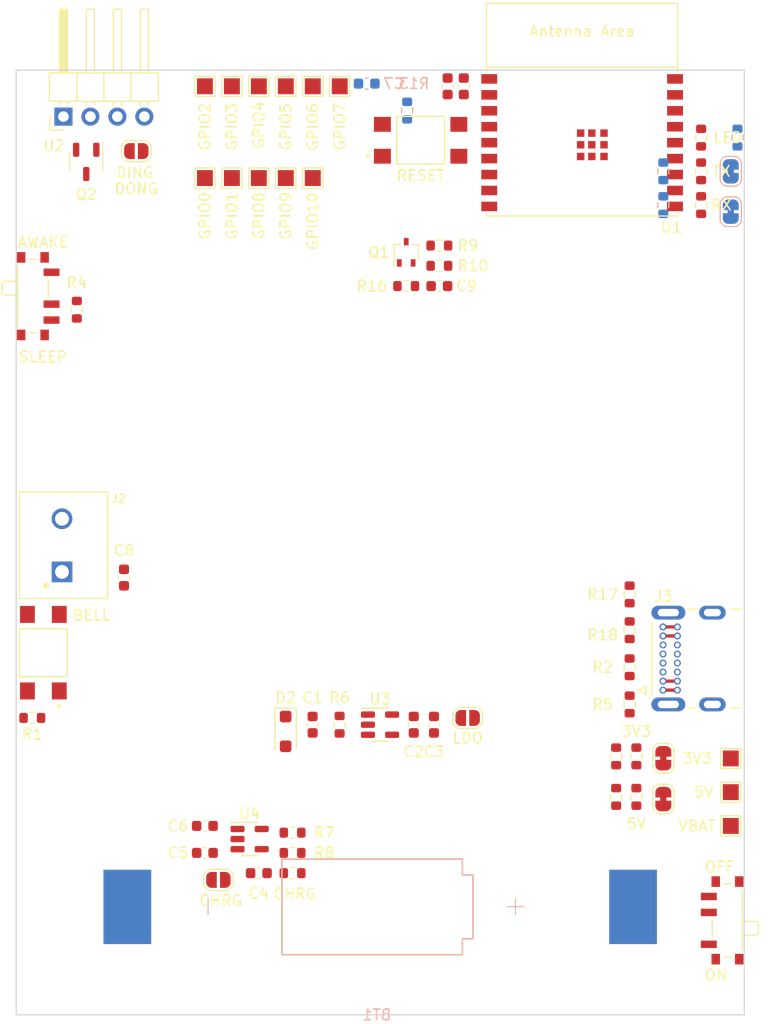
<source format=kicad_pcb>
(kicad_pcb (version 20221018) (generator pcbnew)
  (title_block (title "Capsicum") (date "2023-12-30") (comment 1 "Authored by: Sayanee Basu") (comment 2 "Project website: https://hutscape.com/capsicum") (comment 3 "License: CC-BY-SA 4.0 or TAPR") (comment 4 "Description: Retrofit a wired doorbell to add WiFi"))
  (layers (0 "F.Cu" signal) (31 "B.Cu" signal) (34 "B.Paste" user) (35 "F.Paste" user) (36 "B.SilkS" user "B.Silkscreen") (37 "F.SilkS" user "F.Silkscreen") (38 "B.Mask" user) (39 "F.Mask" user) (44 "Edge.Cuts" user))
  (net 0 "")
  (net 1 "Net-(BT1-+)")
  (net 2 "GND")
  (net 3 "+5V")
  (net 4 "Net-(JP1-A)")
  (net 5 "Net-(JP2-A)")
  (net 6 "/RESET")
  (net 7 "/WAKEUP_PUSH_BUTTON")
  (net 8 "Net-(Q1-G)")
  (net 9 "/BATT_EN")
  (net 10 "+3V3")
  (net 11 "Net-(D1-K)")
  (net 12 "/LED")
  (net 13 "/VBAT")
  (net 14 "Net-(D3-K)")
  (net 15 "Net-(D4-K)")
  (net 16 "Net-(D4-A)")
  (net 17 "Net-(D5-K)")
  (net 18 "Net-(D5-A)")
  (net 19 "Net-(D6-K)")
  (net 20 "Net-(D6-A)")
  (net 21 "Net-(D7-K)")
  (net 22 "Net-(D7-A)")
  (net 23 "Net-(J3-CC1)")
  (net 24 "/B6")
  (net 25 "/B7")
  (net 28 "Net-(J3-CC2)")
  (net 29 "Net-(JP3-A)")
  (net 30 "/BELL_AUDIO")
  (net 31 "Net-(Q1-D)")
  (net 32 "Net-(Q2-E)")
  (net 33 "Net-(Q2-C)")
  (net 34 "Net-(R1-Pad1)")
  (net 35 "Net-(SW3-C)")
  (net 36 "Net-(U3-EN)")
  (net 37 "Net-(U4-PROG)")
  (net 38 "Net-(U4-STAT)")
  (net 39 "/BATT")
  (net 40 "/TX_LED")
  (net 41 "/RX_LED")
  (net 42 "/USB_D+")
  (net 43 "/USB_D-")
  (net 47 "/SLEEP_CHECK_SWITCH")
  (net 48 "Net-(U1-GPIO8)")
  (net 49 "Net-(U1-GPIO9)")
  (net 50 "Net-(U1-GPIO10)")
  (net 51 "Net-(U1-GPIO0{slash}ADC1_CH0{slash}XTAL_32K_P)")
  (net 52 "Net-(U1-GPIO1{slash}ADC1_CH1{slash}XTAL_32K_N)")
  (footprint "TestPoint:TestPoint_Pad_1.5x1.5mm" (layer "F.Cu") (at 132.08 60.96)
    (fp_text reference "TP12" hide)
    (fp_text value "TestPoint_Probe" hide)
    (fp_text user "GPIO10" (at 0 4.064 90 unlocked) (layer "F.SilkS"))
    (pad "1" smd rect (at 0 0) (size 1.5 1.5) (layers "F.Cu" "F.Mask") (net 50 "Net-(U1-GPIO10)"))
  )
  (footprint "TestPoint:TestPoint_Pad_1.5x1.5mm" (layer "F.Cu") (at 171.45 115.57)
    (fp_text reference "TP3" hide)
    (fp_text value "TestPoint_Probe" hide)
    (fp_text user "3V3" (at -3.175 0 unlocked) (layer "F.SilkS"))
    (pad "1" smd rect (at 0 0) (size 1.5 1.5) (layers "F.Cu" "F.Mask") (net 10 "+3V3"))
  )
  (footprint "Resistor_SMD:R_0603_1608Metric" (layer "F.Cu") (at 161.925 110.49 90)
    (fp_text reference "R5" (at 0 -2.54 180) (layer "F.SilkS"))
    (fp_text value "5.1k")
    (pad "1" smd roundrect (at -0.825 0 90) (size 0.8 0.95) (layers "F.Cu" "F.Paste" "F.Mask") (net 28 "Net-(J3-CC2)"))
    (pad "2" smd roundrect (at 0.825 0 90) (size 0.8 0.95) (layers "F.Cu" "F.Paste" "F.Mask") (net 2 "GND"))
  )
  (footprint "TestPoint:TestPoint_Pad_1.5x1.5mm" (layer "F.Cu") (at 134.62 52.324)
    (fp_text reference "TP6" hide)
    (fp_text value "TestPoint_Probe" hide)
    (fp_text user "GPIO7" (at 0 3.81 90 unlocked) (layer "F.SilkS"))
    (pad "1" smd rect (at 0 0) (size 1.5 1.5) (layers "F.Cu" "F.Mask") (net 30 "/BELL_AUDIO"))
  )
  (footprint "Resistor_SMD:R_0603_1608Metric" (layer "F.Cu") (at 160.655 115.38 90)
    (fp_text reference "R15" hide)
    (fp_text value "1k")
    (pad "1" smd roundrect (at -0.825 0 90) (size 0.8 0.95) (layers "F.Cu" "F.Paste" "F.Mask") (net 21 "Net-(D7-K)"))
    (pad "2" smd roundrect (at 0.825 0 90) (size 0.8 0.95) (layers "F.Cu" "F.Paste" "F.Mask") (net 2 "GND"))
  )
  (footprint "Resistor_SMD:R_0603_1608Metric" (layer "F.Cu") (at 144.005 69.215)
    (fp_text reference "R10" (at 3.175 0) (layer "F.SilkS"))
    (fp_text value "100k")
    (pad "1" smd roundrect (at -0.825 0) (size 0.8 0.95) (layers "F.Cu" "F.Paste" "F.Mask") (net 2 "GND"))
    (pad "2" smd roundrect (at 0.825 0) (size 0.8 0.95) (layers "F.Cu" "F.Paste" "F.Mask") (net 39 "/BATT"))
  )
  (footprint "TestPoint:TestPoint_Pad_1.5x1.5mm" (layer "F.Cu") (at 121.92 52.324 -90)
    (fp_text reference "TP5" hide)
    (fp_text value "TestPoint_Probe" hide)
    (fp_text user "GPIO2" (at 3.81 0 90 unlocked) (layer "F.SilkS"))
    (pad "1" smd rect (at 0 0 270) (size 1.5 1.5) (layers "F.Cu" "F.Mask") (net 47 "/SLEEP_CHECK_SWITCH"))
  )
  (footprint "Button_Switch_SMD:SW_SPDT_PCM12" (layer "F.Cu") (at 106.045 72.073 -90)
    (fp_text reference "SW3" hide)
    (fp_text value "SW_SPDT" hide)
    (fp_text user "AWAKE" (at -5.08 -0.635 unlocked) (layer "F.SilkS"))
    (fp_text user "SLEEP" (at 5.715 -0.635 unlocked) (layer "F.SilkS"))
    (pad "" smd rect (at -3.65 -0.78 270) (size 1 0.8) (layers "F.Cu" "F.Paste" "F.Mask"))
    (pad "" smd rect (at -3.65 1.43 270) (size 1 0.8) (layers "F.Cu" "F.Paste" "F.Mask"))
    (pad "" np_thru_hole circle (at -1.5 0.33 270) (size 0.9 0.9) (drill 0.9) (layers "*.Cu" "*.Mask"))
    (pad "" np_thru_hole circle (at 1.5 0.33 270) (size 0.9 0.9) (drill 0.9) (layers "*.Cu" "*.Mask"))
    (pad "" smd rect (at 3.65 -0.78 270) (size 1 0.8) (layers "F.Cu" "F.Paste" "F.Mask"))
    (pad "" smd rect (at 3.65 1.43 270) (size 1 0.8) (layers "F.Cu" "F.Paste" "F.Mask"))
    (pad "1" smd rect (at -2.25 -1.43 270) (size 0.7 1.5) (layers "F.Cu" "F.Paste" "F.Mask") (net 10 "+3V3"))
    (pad "2" smd rect (at 0.75 -1.43 270) (size 0.7 1.5) (layers "F.Cu" "F.Paste" "F.Mask") (net 47 "/SLEEP_CHECK_SWITCH"))
    (pad "3" smd rect (at 2.25 -1.43 270) (size 0.7 1.5) (layers "F.Cu" "F.Paste" "F.Mask") (net 35 "Net-(SW3-C)"))
  )
  (footprint "Jumper:SolderJumper-2_P1.3mm_Bridged_RoundedPad1.0x1.5mm" (layer "F.Cu") (at 165.1 119.395 90)
    (fp_text reference "JP4" hide)
    (fp_text value "SolderJumper_2_Bridged" hide)
    (fp_poly (pts (xy 0.25 -0.3) (xy -0.25 -0.3) (xy -0.25 0.3) (xy 0.25 0.3)) (fill solid) (layer "F.Cu"))
    (pad "1" smd custom (at -0.65 0 90) (size 1 0.5) (layers "F.Cu" "F.Mask") (net 20 "Net-(D6-A)") (options (clearance outline) (anchor rect)) (primitives (gr_circle (center 0 0.25) (end 0.5 0.25) (width 0) (fill yes)) (gr_circle (center 0 -0.25) (end 0.5 -0.25) (width 0) (fill yes)) (gr_poly (pts (xy 0.5 0.75) (xy 0 0.75) (xy 0 -0.75) (xy 0.5 -0.75)) (width 0) (fill yes))))
    (pad "2" smd custom (at 0.65 0 90) (size 1 0.5) (layers "F.Cu" "F.Mask") (net 3 "+5V") (options (clearance outline) (anchor rect)) (primitives (gr_circle (center 0 0.25) (end 0.5 0.25) (width 0) (fill yes)) (gr_circle (center 0 -0.25) (end 0.5 -0.25) (width 0) (fill yes)) (gr_poly (pts (xy 0 0.75) (xy -0.5 0.75) (xy -0.5 -0.75) (xy 0 -0.75)) (width 0) (fill yes))))
  )
  (footprint "TestPoint:TestPoint_Pad_1.5x1.5mm" (layer "F.Cu") (at 124.46 60.96)
    (fp_text reference "TP14" hide)
    (fp_text value "TestPoint_Probe" hide)
    (fp_text user "GPIO1" (at 0 3.556 90 unlocked) (layer "F.SilkS"))
    (pad "1" smd rect (at 0 0) (size 1.5 1.5) (layers "F.Cu" "F.Mask") (net 52 "Net-(U1-GPIO1{slash}ADC1_CH1{slash}XTAL_32K_N)"))
  )
  (footprint "Package_TO_SOT_SMD:SOT-23-3" (layer "F.Cu") (at 110.744 59.436 -90)
    (fp_text reference "Q2" (at 3.048 0 -180) (layer "F.SilkS"))
    (fp_text value "BC817")
    (pad "1" smd roundrect (at -1.1375 -0.95 270) (size 1.325 0.6) (layers "F.Cu" "F.Paste" "F.Mask") (net 29 "Net-(JP3-A)"))
    (pad "2" smd roundrect (at -1.1375 0.95 270) (size 1.325 0.6) (layers "F.Cu" "F.Paste" "F.Mask") (net 32 "Net-(Q2-E)"))
    (pad "3" smd roundrect (at 1.1375 0 270) (size 1.325 0.6) (layers "F.Cu" "F.Paste" "F.Mask") (net 33 "Net-(Q2-C)"))
  )
  (footprint "Push button:SW_TL3305AF160QG" (layer "F.Cu") (at 142.24 57.404)
    (fp_text reference "S2" hide)
    (fp_text value "Push button" hide)
    (fp_text user "RESET" (at 0 3.325 unlocked) (layer "F.SilkS"))
    (pad "1" smd rect (at -3.6 1.5) (size 1.6 1.4) (layers "F.Cu" "F.Paste" "F.Mask") (net 2 "GND"))
    (pad "2" smd rect (at 3.6 1.5) (size 1.6 1.4) (layers "F.Cu" "F.Paste" "F.Mask"))
    (pad "3" smd rect (at -3.6 -1.5) (size 1.6 1.4) (layers "F.Cu" "F.Paste" "F.Mask") (net 2 "GND"))
    (pad "4" smd rect (at 3.6 -1.5) (size 1.6 1.4) (layers "F.Cu" "F.Paste" "F.Mask") (net 6 "/RESET"))
  )
  (footprint "Capacitor_SMD:C_0603_1608Metric" (layer "F.Cu") (at 144.005 71.12)
    (fp_text reference "C9" (at 2.54 0) (layer "F.SilkS"))
    (fp_text value "0.1uF")
    (pad "1" smd roundrect (at -0.775 0) (size 0.9 0.95) (layers "F.Cu" "F.Paste" "F.Mask") (net 8 "Net-(Q1-G)"))
    (pad "2" smd roundrect (at 0.775 0) (size 0.9 0.95) (layers "F.Cu" "F.Paste" "F.Mask") (net 9 "/BATT_EN"))
  )
  (footprint "Push button:SW_TL3305AF160QG" (layer "F.Cu") (at 106.704 105.62 90)
    (fp_text reference "S1" hide)
    (fp_text value "Push button" hide)
    (fp_text user "BELL" (at 3.512 4.548 unlocked) (layer "F.SilkS"))
    (pad "1" smd rect (at -3.6 1.5 90) (size 1.6 1.4) (layers "F.Cu" "F.Paste" "F.Mask"))
    (pad "2" smd rect (at 3.6 1.5 90) (size 1.6 1.4) (layers "F.Cu" "F.Paste" "F.Mask") (net 10 "+3V3"))
    (pad "3" smd rect (at -3.6 -1.5 90) (size 1.6 1.4) (layers "F.Cu" "F.Paste" "F.Mask") (net 34 "Net-(R1-Pad1)"))
    (pad "4" smd rect (at 3.6 -1.5 90) (size 1.6 1.4) (layers "F.Cu" "F.Paste" "F.Mask") (net 7 "/WAKEUP_PUSH_BUTTON"))
  )
  (footprint "Jumper:SolderJumper-2_P1.3mm_Open_RoundedPad1.0x1.5mm" (layer "F.Cu") (at 115.458 58.42)
    (fp_text reference "JP3" hide)
    (fp_text value "SolderJumper_2_Open" hide)
    (fp_text user "DONG" (at 0 3.556 unlocked) (layer "F.SilkS"))
    (fp_text user "DING" (at -0.142 2.032 unlocked) (layer "F.SilkS"))
    (pad "1" smd custom (at -0.65 0) (size 1 0.5) (layers "F.Cu" "F.Mask") (net 29 "Net-(JP3-A)") (options (clearance outline) (anchor rect)) (primitives (gr_circle (center 0 0.25) (end 0.5 0.25) (width 0) (fill yes)) (gr_circle (center 0 -0.25) (end 0.5 -0.25) (width 0) (fill yes)) (gr_poly (pts (xy 0.5 0.75) (xy 0 0.75) (xy 0 -0.75) (xy 0.5 -0.75)) (width 0) (fill yes))))
    (pad "2" smd custom (at 0.65 0) (size 1 0.5) (layers "F.Cu" "F.Mask") (net 30 "/BELL_AUDIO") (options (clearance outline) (anchor rect)) (primitives (gr_circle (center 0 0.25) (end 0.5 0.25) (width 0) (fill yes)) (gr_circle (center 0 -0.25) (end 0.5 -0.25) (width 0) (fill yes)) (gr_poly (pts (xy 0 0.75) (xy -0.5 0.75) (xy -0.5 -0.75) (xy 0 -0.75)) (width 0) (fill yes))))
  )
  (footprint "Resistor_SMD:R_0603_1608Metric" (layer "F.Cu") (at 161.925 106.995 -90)
    (fp_text reference "R2" (at 0 2.54 -180) (layer "F.SilkS"))
    (fp_text value "5.1k")
    (pad "1" smd roundrect (at -0.825 0 270) (size 0.8 0.95) (layers "F.Cu" "F.Paste" "F.Mask") (net 28 "Net-(J3-CC2)"))
    (pad "2" smd roundrect (at 0.825 0 270) (size 0.8 0.95) (layers "F.Cu" "F.Paste" "F.Mask") (net 23 "Net-(J3-CC1)"))
  )
  (footprint "Resistor_SMD:R_0603_1608Metric" (layer "F.Cu") (at 162.56 119.19 -90)
    (fp_text reference "D6" hide)
    (fp_text value "Red")
    (fp_text user "5V" (at 2.54 0 unlocked) (layer "F.SilkS"))
    (pad "1" smd roundrect (at -0.825 0 270) (size 0.8 0.95) (layers "F.Cu" "F.Paste" "F.Mask") (net 19 "Net-(D6-K)"))
    (pad "2" smd roundrect (at 0.825 0 270) (size 0.8 0.95) (layers "F.Cu" "F.Paste" "F.Mask") (net 20 "Net-(D6-A)"))
  )
  (footprint "Resistor_SMD:R_0603_1608Metric" (layer "F.Cu") (at 168.656 63.5 90)
    (fp_text reference "D5" hide)
    (fp_text value "Yellow")
    (fp_text user "RX" (at 0 1.905 unlocked) (layer "F.SilkS"))
    (pad "1" smd roundrect (at -0.825 0 90) (size 0.8 0.95) (layers "F.Cu" "F.Paste" "F.Mask") (net 17 "Net-(D5-K)"))
    (pad "2" smd roundrect (at 0.825 0 90) (size 0.8 0.95) (layers "F.Cu" "F.Paste" "F.Mask") (net 18 "Net-(D5-A)"))
  )
  (footprint "Button_Switch_SMD:SW_SPDT_PCM12" (layer "F.Cu") (at 170.815 130.81 90)
    (fp_text reference "SW1" hide)
    (fp_text value "SW_SPDT")
    (pad "" smd rect (at -3.65 -0.78 90) (size 1 0.8) (layers "F.Cu" "F.Paste" "F.Mask"))
    (pad "" smd rect (at -3.65 1.43 90) (size 1 0.8) (layers "F.Cu" "F.Paste" "F.Mask"))
    (pad "" np_thru_hole circle (at -1.5 0.33 90) (size 0.9 0.9) (drill 0.9) (layers "*.Cu" "*.Mask"))
    (pad "" np_thru_hole circle (at 1.5 0.33 90) (size 0.9 0.9) (drill 0.9) (layers "*.Cu" "*.Mask"))
    (pad "" smd rect (at 3.65 -0.78 90) (size 1 0.8) (layers "F.Cu" "F.Paste" "F.Mask"))
    (pad "" smd rect (at 3.65 1.43 90) (size 1 0.8) (layers "F.Cu" "F.Paste" "F.Mask"))
    (pad "1" smd rect (at -2.25 -1.43 90) (size 0.7 1.5) (layers "F.Cu" "F.Paste" "F.Mask") (net 13 "/VBAT"))
    (pad "2" smd rect (at 0.75 -1.43 90) (size 0.7 1.5) (layers "F.Cu" "F.Paste" "F.Mask") (net 1 "Net-(BT1-+)"))
    (pad "3" smd rect (at 2.25 -1.43 90) (size 0.7 1.5) (layers "F.Cu" "F.Paste" "F.Mask"))
  )
  (footprint "Resistor_SMD:R_0603_1608Metric" (layer "F.Cu") (at 130.175 122.555 180)
    (fp_text reference "R7" (at -2.985 0 180) (layer "F.SilkS"))
    (fp_text value "10k")
    (pad "1" smd roundrect (at -0.825 0 180) (size 0.8 0.95) (layers "F.Cu" "F.Paste" "F.Mask") (net 2 "GND"))
    (pad "2" smd roundrect (at 0.825 0 180) (size 0.8 0.95) (layers "F.Cu" "F.Paste" "F.Mask") (net 37 "Net-(U4-PROG)"))
  )
  (footprint "Capacitor_SMD:C_0603_1608Metric" (layer "F.Cu") (at 143.495 112.395 -90)
    (fp_text reference "C3" (at 2.54 0 -180) (layer "F.SilkS"))
    (fp_text value "10uF")
    (pad "1" smd roundrect (at -0.775 0 270) (size 0.9 0.95) (layers "F.Cu" "F.Paste" "F.Mask") (net 4 "Net-(JP1-A)"))
    (pad "2" smd roundrect (at 0.775 0 270) (size 0.9 0.95) (layers "F.Cu" "F.Paste" "F.Mask") (net 2 "GND"))
  )
  (footprint "Capacitor_SMD:C_0603_1608Metric" (layer "F.Cu") (at 121.92 124.46 180)
    (fp_text reference "C5" (at 2.54 0) (layer "F.SilkS"))
    (fp_text value "10uF")
    (pad "1" smd roundrect (at -0.775 0 180) (size 0.9 0.95) (layers "F.Cu" "F.Paste" "F.Mask") (net 5 "Net-(JP2-A)"))
    (pad "2" smd roundrect (at 0.775 0 180) (size 0.9 0.95) (layers "F.Cu" "F.Paste" "F.Mask") (net 2 "GND"))
  )
  (footprint "Resistor_SMD:R_0603_1608Metric" (layer "F.Cu") (at 168.656 60.325 -90)
    (fp_text reference "D4" hide)
    (fp_text value "Yellow")
    (fp_text user "TX" (at 0 -1.905 unlocked) (layer "F.SilkS"))
    (pad "1" smd roundrect (at -0.825 0 270) (size 0.8 0.95) (layers "F.Cu" "F.Paste" "F.Mask") (net 15 "Net-(D4-K)"))
    (pad "2" smd roundrect (at 0.825 0 270) (size 0.8 0.95) (layers "F.Cu" "F.Paste" "F.Mask") (net 16 "Net-(D4-A)"))
  )
  (footprint "Resistor_SMD:R_0603_1608Metric" (layer "F.Cu") (at 162.56 115.38 90)
    (fp_text reference "D7" hide)
    (fp_text value "Red")
    (fp_text user "3V3" (at 2.35 0 unlocked) (layer "F.SilkS"))
    (pad "1" smd roundrect (at -0.825 0 90) (size 0.8 0.95) (layers "F.Cu" "F.Paste" "F.Mask") (net 21 "Net-(D7-K)"))
    (pad "2" smd roundrect (at 0.825 0 90) (size 0.8 0.95) (layers "F.Cu" "F.Paste" "F.Mask") (net 22 "Net-(D7-A)"))
  )
  (footprint "Jumper:SolderJumper-2_P1.3mm_Bridged_RoundedPad1.0x1.5mm" (layer "F.Cu") (at 165.1 115.555 -90)
    (fp_text reference "JP5" hide)
    (fp_text value "SolderJumper_2_Bridged" hide)
    (fp_poly (pts (xy 0.25 -0.3) (xy -0.25 -0.3) (xy -0.25 0.3) (xy 0.25 0.3)) (fill solid) (layer "F.Cu"))
    (pad "1" smd custom (at -0.65 0 270) (size 1 0.5) (layers "F.Cu" "F.Mask") (net 22 "Net-(D7-A)") (options (clearance outline) (anchor rect)) (primitives (gr_circle (center 0 0.25) (end 0.5 0.25) (width 0) (fill yes)) (gr_circle (center 0 -0.25) (end 0.5 -0.25) (width 0) (fill yes)) (gr_poly (pts (xy 0.5 0.75) (xy 0 0.75) (xy 0 -0.75) (xy 0.5 -0.75)) (width 0) (fill yes))))
    (pad "2" smd custom (at 0.65 0 270) (size 1 0.5) (layers "F.Cu" "F.Mask") (net 10 "+3V3") (options (clearance outline) (anchor rect)) (primitives (gr_circle (center 0 0.25) (end 0.5 0.25) (width 0) (fill yes)) (gr_circle (center 0 -0.25) (end 0.5 -0.25) (width 0) (fill yes)) (gr_poly (pts (xy 0 0.75) (xy -0.5 0.75) (xy -0.5 -0.75) (xy 0 -0.75)) (width 0) (fill yes))))
  )
  (footprint "Capacitor_SMD:C_0603_1608Metric" (layer "F.Cu") (at 146.304 52.324 90)
    (fp_text reference "C10" hide)
    (fp_text value "0.1uF")
    (pad "1" smd roundrect (at -0.775 0 90) (size 0.9 0.95) (layers "F.Cu" "F.Paste" "F.Mask") (net 2 "GND"))
    (pad "2" smd roundrect (at 0.775 0 90) (size 0.9 0.95) (layers "F.Cu" "F.Paste" "F.Mask") (net 10 "+3V3"))
  )
  (footprint "Resistor_SMD:R_0603_1608Metric" (layer "F.Cu") (at 134.605 112.395 -90)
    (fp_text reference "R6" (at -2.54 0 -180) (layer "F.SilkS"))
    (fp_text value "100k")
    (pad "1" smd roundrect (at -0.825 0 270) (size 0.8 0.95) (layers "F.Cu" "F.Paste" "F.Mask") (net 3 "+5V"))
    (pad "2" smd roundrect (at 0.825 0 270) (size 0.8 0.95) (layers "F.Cu" "F.Paste" "F.Mask") (net 36 "Net-(U3-EN)"))
  )
  (footprint "TestPoint:TestPoint_Pad_1.5x1.5mm" (layer "F.Cu") (at 121.92 60.96)
    (fp_text reference "TP13" hide)
    (fp_text value "TestPoint_Probe" hide)
    (fp_text user "GPIO0" (at 0 3.556 90 unlocked) (layer "F.SilkS"))
    (pad "1" smd rect (at 0 0) (size 1.5 1.5) (layers "F.Cu" "F.Mask") (net 51 "Net-(U1-GPIO0{slash}ADC1_CH0{slash}XTAL_32K_P)"))
  )
  (footprint "Molex_USB_C:Molex_USB_C_2137160001" (layer "F.Cu") (at 172.72 106.17 90)
    (fp_text reference "J3" (at 5.84 -7.62 180) (layer "F.SilkS"))
    (fp_text value "USB-C 16+8 USB 2.0")
    (fp_poly (pts (xy -2.825 -6.58719) (xy -2.775 -6.555) (xy -2.733 -6.516) (xy -2.699 -6.47) (xy -2.673 -6.419) (xy -2.657 -6.364) (xy -2.651 -6.307) (xy -2.655 -6.25) (xy -2.669 -6.194) (xy -2.692 -6.142) (xy -2.724 -6.095) (xy -2.764 -6.054) (xy -2.811 -6.021) (xy -2.863 -5.996) (xy -2.918 -5.981) (xy -2.975 -5.976) (xy -3.032 -5.981) (xy -3.087 -5.996) (xy -3.139 -6.021) (xy -3.186 -6.054) (xy -3.226 -6.095) (xy -3.258 -6.142) (xy -3.281 -6.194) (xy -3.295 -6.25) (xy -3.299 -6.307) (xy -3.293 -6.364) (xy -3.277 -6.419) (xy -3.251 -6.47) (xy -3.217 -6.516) (xy -3.175 -6.555) (xy -3.125 -6.587) (xy -3.125 -7.363) (xy -3.175 -7.395) (xy -3.217 -7.434) (xy -3.251 -7.48) (xy -3.277 -7.531) (xy -3.293 -7.586) (xy -3.299 -7.643) (xy -3.295 -7.7) (xy -3.281 -7.756) (xy -3.258 -7.808) (xy -3.226 -7.855) (xy -3.186 -7.896) (xy -3.139 -7.929) (xy -3.087 -7.954) (xy -3.032 -7.969) (xy -2.975 -7.974) (xy -2.918 -7.969) (xy -2.863 -7.954) (xy -2.811 -7.929) (xy -2.764 -7.896) (xy -2.724 -7.855) (xy -2.692 -7.808) (xy -2.669 -7.756) (xy -2.655 -7.7) (xy -2.651 -7.643) (xy -2.657 -7.586) (xy -2.673 -7.531) (xy -2.699 -7.48) (xy -2.733 -7.434) (xy -2.775 -7.395) (xy -2.825 -7.363) (xy -2.825 -6.587) (xy -2.825 -6.58719)) (stroke (width 0.01)) (fill solid) (layer "F.Cu"))
    (fp_poly (pts (xy -1.975 -6.58719) (xy -1.925 -6.555) (xy -1.883 -6.516) (xy -1.849 -6.47) (xy -1.823 -6.419) (xy -1.807 -6.364) (xy -1.801 -6.307) (xy -1.805 -6.25) (xy -1.819 -6.194) (xy -1.842 -6.142) (xy -1.874 -6.095) (xy -1.914 -6.054) (xy -1.961 -6.021) (xy -2.013 -5.996) (xy -2.068 -5.981) (xy -2.125 -5.976) (xy -2.182 -5.981) (xy -2.237 -5.996) (xy -2.289 -6.021) (xy -2.336 -6.054) (xy -2.376 -6.095) (xy -2.408 -6.142) (xy -2.431 -6.194) (xy -2.445 -6.25) (xy -2.449 -6.307) (xy -2.443 -6.364) (xy -2.427 -6.419) (xy -2.401 -6.47) (xy -2.367 -6.516) (xy -2.325 -6.555) (xy -2.275 -6.587) (xy -2.275 -7.363) (xy -2.325 -7.395) (xy -2.367 -7.434) (xy -2.401 -7.48) (xy -2.427 -7.531) (xy -2.443 -7.586) (xy -2.449 -7.643) (xy -2.445 -7.7) (xy -2.431 -7.756) (xy -2.408 -7.808) (xy -2.376 -7.855) (xy -2.336 -7.896) (xy -2.289 -7.929) (xy -2.237 -7.954) (xy -2.182 -7.969) (xy -2.125 -7.974) (xy -2.068 -7.969) (xy -2.013 -7.954) (xy -1.961 -7.929) (xy -1.914 -7.896) (xy -1.874 -7.855) (xy -1.842 -7.808) (xy -1.819 -7.756) (xy -1.805 -7.7) (xy -1.801 -7.643) (xy -1.807 -7.586) (xy -1.823 -7.531) (xy -1.849 -7.48) (xy -1.883 -7.434) (xy -1.925 -7.395) (xy -1.975 -7.363) (xy -1.975 -6.587) (xy -1.975 -6.58719)) (stroke (width 0.01)) (fill solid) (layer "F.Cu"))
    (fp_poly (pts (xy 1.975 -7.36281) (xy 1.975 -6.587) (xy 1.925 -6.555) (xy 1.883 -6.516) (xy 1.849 -6.47) (xy 1.823 -6.419) (xy 1.807 -6.364) (xy 1.801 -6.307) (xy 1.805 -6.25) (xy 1.819 -6.194) (xy 1.842 -6.142) (xy 1.874 -6.095) (xy 1.914 -6.054) (xy 1.961 -6.021) (xy 2.013 -5.996) (xy 2.068 -5.981) (xy 2.125 -5.976) (xy 2.182 -5.981) (xy 2.237 -5.996) (xy 2.289 -6.021) (xy 2.336 -6.054) (xy 2.376 -6.095) (xy 2.408 -6.142) (xy 2.431 -6.194) (xy 2.445 -6.25) (xy 2.449 -6.307) (xy 2.443 -6.364) (xy 2.427 -6.419) (xy 2.401 -6.47) (xy 2.367 -6.516) (xy 2.325 -6.555) (xy 2.275 -6.587) (xy 2.275 -7.363) (xy 2.325 -7.395) (xy 2.367 -7.434) (xy 2.401 -7.48) (xy 2.427 -7.531) (xy 2.443 -7.586) (xy 2.449 -7.643) (xy 2.445 -7.7) (xy 2.431 -7.756) (xy 2.408 -7.808) (xy 2.376 -7.855) (xy 2.336 -7.896) (xy 2.289 -7.929) (xy 2.237 -7.954) (xy 2.182 -7.969) (xy 2.125 -7.974) (xy 2.068 -7.969) (xy 2.013 -7.954) (xy 1.961 -7.929) (xy 1.914 -7.896) (xy 1.874 -7.855) (xy 1.842 -7.808) (xy 1.819 -7.756) (xy 1.805 -7.7) (xy 1.801 -7.643) (xy 1.807 -7.586) (xy 1.823 -7.531) (xy 1.849 -7.48) (xy 1.883 -7.434) (xy 1.925 -7.395) (xy 1.975 -7.363) (xy 1.975 -7.36281)) (stroke (width 0.01)) (fill solid) (layer "F.Cu"))
    (fp_poly (pts (xy 3.125 -6.58719) (xy 3.175 -6.555) (xy 3.217 -6.516) (xy 3.251 -6.47) (xy 3.277 -6.419) (xy 3.293 -6.364) (xy 3.299 -6.307) (xy 3.295 -6.25) (xy 3.281 -6.194) (xy 3.258 -6.142) (xy 3.226 -6.095) (xy 3.186 -6.054) (xy 3.139 -6.021) (xy 3.087 -5.996) (xy 3.032 -5.981) (xy 2.975 -5.976) (xy 2.918 -5.981) (xy 2.863 -5.996) (xy 2.811 -6.021) (xy 2.764 -6.054) (xy 2.724 -6.095) (xy 2.692 -6.142) (xy 2.669 -6.194) (xy 2.655 -6.25) (xy 2.651 -6.307) (xy 2.657 -6.364) (xy 2.673 -6.419) (xy 2.699 -6.47) (xy 2.733 -6.516) (xy 2.775 -6.555) (xy 2.825 -6.587) (xy 2.825 -7.363) (xy 2.775 -7.395) (xy 2.733 -7.434) (xy 2.699 -7.48) (xy 2.673 -7.531) (xy 2.657 -7.586) (xy 2.651 -7.643) (xy 2.655 -7.7) (xy 2.669 -7.756) (xy 2.692 -7.808) (xy 2.724 -7.855) (xy 2.764 -7.896) (xy 2.811 -7.929) (xy 2.863 -7.954) (xy 2.918 -7.969) (xy 2.975 -7.974) (xy 3.032 -7.969) (xy 3.087 -7.954) (xy 3.139 -7.929) (xy 3.186 -7.896) (xy 3.226 -7.855) (xy 3.258 -7.808) (xy 3.281 -7.756) (xy 3.295 -7.7) (xy 3.299 -7.643) (xy 3.293 -7.586) (xy 3.277 -7.531) (xy 3.251 -7.48) (xy 3.217 -7.434) (xy 3.175 -7.395) (xy 3.125 -7.363) (xy 3.125 -6.587) (xy 3.125 -6.58719)) (stroke (width 0.01)) (fill solid) (layer "F.Cu"))
    (pad "A1" thru_hole circle (at -2.975 -7.65 90) (size 0.648 0.648) (drill 0.4) (layers "*.Cu") (net 2 "GND"))
    (pad "A4" thru_hole circle (at -2.125 -7.65 90) (size 0.648 0.648) (drill 0.4) (layers "*.Cu") (net 3 "+5V"))
    (pad "A5" thru_hole circle (at -1.275 -7.65 90) (size 0.648 0.648) (drill 0.4) (layers "*.Cu") (net 23 "Net-(J3-CC1)"))
    (pad "A6" thru_hole circle (at -0.425 -7.65 90) (size 0.648 0.648) (drill 0.4) (layers "*.Cu") (net 24 "/B6"))
    (pad "A7" thru_hole circle (at 0.425 -7.65 90) (size 0.648 0.648) (drill 0.4) (layers "*.Cu") (net 25 "/B7"))
    (pad "A8" thru_hole circle (at 1.275 -7.65 90) (size 0.648 0.648) (drill 0.4) (layers "*.Cu"))
    (pad "A9" thru_hole circle (at 2.125 -7.65 90) (size 0.648 0.648) (drill 0.4) (layers "*.Cu") (net 3 "+5V"))
    (pad "A12" thru_hole circle (at 2.975 -7.65 90) (size 0.648 0.648) (drill 0.4) (layers "*.Cu") (net 2 "GND"))
    (pad "B1" thru_hole circle (at 2.975 -6.3 90) (size 0.648 0.648) (drill 0.4) (layers "*.Cu") (net 2 "GND"))
    (pad "B4" thru_hole circle (at 2.125 -6.3 90) (size 0.648 0.648) (drill 0.4) (layers "*.Cu") (net 3 "+5V"))
    (pad "B5" thru_hole circle (at 1.275 -6.3 90) (size 0.648 0.648) (drill 0.4) (layers "*.Cu") (net 28 "Net-(J3-CC2)"))
    (pad "B6" thru_hole circle (at 0.425 -6.3 90) (size 0.648 0.648) (drill 0.4) (layers "*.Cu") (net 24 "/B6"))
    (pad "B7" thru_hole circle (at -0.425 -6.3 90) (size 0.648 0.648) (drill 0.4) (layers "*.Cu") (net 25 "/B7"))
    (pad "B8" thru_hole circle (at -1.275 -6.3 90) (size 0.648 0.648) (drill 0.4) (layers "*.Cu"))
    (pad "B9" thru_hole circle (at -2.125 -6.3 90) (size 0.648 0.648) (drill 0.4) (layers "*.Cu") (net 3 "+5V"))
    (pad "B12" thru_hole circle (at -2.975 -6.3 90) (size 0.648 0.648) (drill 0.4) (layers "*.Cu") (net 2 "GND"))
    (pad "SH1" thru_hole oval (at -4.32 -3 90) (size 1.3 2.5) (drill oval 0.7 1.6) (layers "*.Cu" "*.Mask") (net 2 "GND"))
    (pad "SH2" thru_hole oval (at 4.32 -3 90) (size 1.3 2.5) (drill oval 0.7 1.6) (layers "*.Cu" "*.Mask") (net 2 "GND"))
    (pad "SH3" thru_hole oval (at -4.32 -7.15 90) (size 1.3 3.2) (drill oval 0.7 2) (layers "*.Cu" "*.Mask") (net 2 "GND"))
    (pad "SH4" thru_hole oval (at 4.32 -7.15 90) (size 1.3 3.2) (drill oval 0.7 2) (layers "*.Cu" "*.Mask") (net 2 "GND"))
  )
  (footprint "Capacitor_SMD:C_0603_1608Metric" (layer "F.Cu") (at 127 126.365 180)
    (fp_text reference "C4" (at 0 -1.905) (layer "F.SilkS"))
    (fp_text value "10uF")
    (pad "1" smd roundrect (at -0.775 0 180) (size 0.9 0.95) (layers "F.Cu" "F.Paste" "F.Mask") (net 3 "+5V"))
    (pad "2" smd roundrect (at 0.775 0 180) (size 0.9 0.95) (layers "F.Cu" "F.Paste" "F.Mask") (net 2 "GND"))
  )
  (footprint "Jumper:SolderJumper-2_P1.3mm_Open_RoundedPad1.0x1.5mm" (layer "F.Cu") (at 146.67 111.76)
    (fp_text reference "JP1" hide)
    (fp_text value "SolderJumper_2_Open" hide)
    (fp_text user "LDO" (at 0 1.905 unlocked) (layer "F.SilkS"))
    (pad "1" smd custom (at -0.65 0) (size 1 0.5) (layers "F.Cu" "F.Mask") (net 4 "Net-(JP1-A)") (options (clearance outline) (anchor rect)) (primitives (gr_circle (center 0 0.25) (end 0.5 0.25) (width 0) (fill yes)) (gr_circle (center 0 -0.25) (end 0.5 -0.25) (width 0) (fill yes)) (gr_poly (pts (xy 0.5 0.75) (xy 0 0.75) (xy 0 -0.75) (xy 0.5 -0.75)) (width 0) (fill yes))))
    (pad "2" smd custom (at 0.65 0) (size 1 0.5) (layers "F.Cu" "F.Mask") (net 10 "+3V3") (options (clearance outline) (anchor rect)) (primitives (gr_circle (center 0 0.25) (end 0.5 0.25) (width 0) (fill yes)) (gr_circle (center 0 -0.25) (end 0.5 -0.25) (width 0) (fill yes)) (gr_poly (pts (xy 0 0.75) (xy -0.5 0.75) (xy -0.5 -0.75) (xy 0 -0.75)) (width 0) (fill yes))))
  )
  (footprint "Screw Terminal:phoenix_screw_terminal_th_1935161" (layer "F.Cu") (at 108.458 95.518 90)
    (fp_text reference "J2" (at 4.395 5.334 180) (layer "F.SilkS") (effects (font (size 0.787402 0.787402))))
    (fp_text value "Screw terminal")
    (pad "1" thru_hole rect (at -2.5 0 90) (size 1.95 1.95) (drill 1.3) (layers "*.Cu" "*.Mask") (net 7 "/WAKEUP_PUSH_BUTTON"))
    (pad "2" thru_hole circle (at 2.5 0 90) (size 1.95 1.95) (drill 1.3) (layers "*.Cu" "*.Mask") (net 10 "+3V3"))
  )
  (footprint "Resistor_SMD:R_0603_1608Metric" (layer "F.Cu") (at 161.925 100.14 90)
    (fp_text reference "R17" (at 0 -2.54 180) (layer "F.SilkS"))
    (fp_text value "33R")
    (pad "1" smd roundrect (at -0.825 0 90) (size 0.8 0.95) (layers "F.Cu" "F.Paste" "F.Mask") (net 42 "/USB_D+"))
    (pad "2" smd roundrect (at 0.825 0 90) (size 0.8 0.95) (layers "F.Cu" "F.Paste" "F.Mask") (net 24 "/B6"))
  )
  (footprint "Package_TO_SOT_SMD:SOT-323_SC-70" (layer "F.Cu") (at 140.88 67.945 90)
    (fp_text reference "Q1" (at 0 -2.59 180) (layer "F.SilkS"))
    (fp_text value "NS2101P" hide)
    (pad "1" smd rect (at -1 -0.65) (size 0.45 0.7) (layers "F.Cu" "F.Paste" "F.Mask") (net 8 "Net-(Q1-G)"))
    (pad "2" smd rect (at -1 0.65) (size 0.45 0.7) (layers "F.Cu" "F.Paste" "F.Mask") (net 13 "/VBAT"))
    (pad "3" smd rect (at 1 0) (size 0.45 0.7) (layers "F.Cu" "F.Paste" "F.Mask") (net 31 "Net-(Q1-D)"))
  )
  (footprint "Resistor_SMD:R_0603_1608Metric" (layer "F.Cu") (at 144.005 67.31 180)
    (fp_text reference "R9" (at -2.68 0) (layer "F.SilkS"))
    (fp_text value "10k")
    (pad "1" smd roundrect (at -0.825 0 180) (size 0.8 0.95) (layers "F.Cu" "F.Paste" "F.Mask") (net 39 "/BATT"))
    (pad "2" smd roundrect (at 0.825 0 180) (size 0.8 0.95) (layers "F.Cu" "F.Paste" "F.Mask") (net 31 "Net-(Q1-D)"))
  )
  (footprint "Capacitor_SMD:C_0603_1608Metric" (layer "F.Cu") (at 132.065 112.395 -90)
    (fp_text reference "C1" (at -2.54 0 -180) (layer "F.SilkS"))
    (fp_text value "10uF")
    (pad "1" smd roundrect (at -0.775 0 270) (size 0.9 0.95) (layers "F.Cu" "F.Paste" "F.Mask") (net 3 "+5V"))
    (pad "2" smd roundrect (at 0.775 0 270) (size 0.9 0.95) (layers "F.Cu" "F.Paste" "F.Mask") (net 2 "GND"))
  )
  (footprint "Connector_PinHeader_2.54mm:PinHeader_1x04_P2.54mm_Horizontal" (layer "F.Cu") (at 108.595 55.175 90)
    (fp_text reference "U2" (at -2.737 -0.899 180) (layer "F.SilkS"))
    (fp_text value "TQ33E-1" hide)
    (pad "1" thru_hole rect (at 0 0 90) (size 1.7 1.7) (drill 1) (layers "*.Cu" "*.Mask") (net 10 "+3V3"))
    (pad "2" thru_hole oval (at 0 2.54 90) (size 1.7 1.7) (drill 1) (layers "*.Cu" "*.Mask") (net 32 "Net-(Q2-E)"))
    (pad "3" thru_hole oval (at 0 5.08 90) (size 1.7 1.7) (drill 1) (layers "*.Cu" "*.Mask") (net 33 "Net-(Q2-C)"))
    (pad "4" thru_hole oval (at 0 7.62 90) (size 1.7 1.7) (drill 1) (layers "*.Cu" "*.Mask") (net 2 "GND"))
  )
  (footprint "Diode_SMD:D_SOD-123F" (layer "F.Cu") (at 129.525 113.03 -90)
    (fp_text reference "D2" (at -3.175 0 -180) (layer "F.SilkS"))
    (fp_text value "D_Schottky" hide)
    (pad "1" smd roundrect (at -1.4 0 270) (size 1.1 1.1) (layers "F.Cu" "F.Paste" "F.Mask") (roundrect_rratio 0.2272727273) (net 3 "+5V"))
    (pad "2" smd roundrect (at 1.4 0 270) (size 1.1 1.1) (layers "F.Cu" "F.Paste" "F.Mask") (roundrect_rratio 0.2272727273) (net 13 "/VBAT"))
  )
  (footprint "TestPoint:TestPoint_Pad_1.5x1.5mm" (layer "F.Cu") (at 127 60.96)
    (fp_text reference "TP10" hide)
    (fp_text value "TestPoint_Probe" hide)
    (fp_text user "GPIO8" (at 0 3.556 90 unlocked) (layer "F.SilkS"))
    (pad "1" smd rect (at 0 0) (size 1.5 1.5) (layers "F.Cu" "F.Mask") (net 48 "Net-(U1-GPIO8)"))
  )
  (footprint "Resistor_SMD:R_0603_1608Metric" (layer "F.Cu") (at 130.175 124.46)
    (fp_text reference "R8" (at 2.985 0) (layer "F.SilkS"))
    (fp_text value "10k")
    (pad "1" smd roundrect (at -0.825 0) (size 0.8 0.95) (layers "F.Cu" "F.Paste" "F.Mask") (net 38 "Net-(U4-STAT)"))
    (pad "2" smd roundrect (at 0.825 0) (size 0.8 0.95) (layers "F.Cu" "F.Paste" "F.Mask") (net 14 "Net-(D3-K)"))
  )
  (footprint "Resistor_SMD:R_0603_1608Metric" (layer "F.Cu") (at 168.656 57.15 90)
    (fp_text reference "D1" hide)
    (fp_text value "Blue")
    (fp_text user "LED" (at 0 2.54 unlocked) (layer "F.SilkS"))
    (pad "1" smd roundrect (at -0.825 0 90) (size 0.8 0.95) (layers "F.Cu" "F.Paste" "F.Mask") (net 11 "Net-(D1-K)"))
    (pad "2" smd roundrect (at 0.825 0 90) (size 0.8 0.95) (layers "F.Cu" "F.Paste" "F.Mask") (net 12 "/LED"))
  )
  (footprint "Capacitor_SMD:C_0603_1608Metric" (layer "F.Cu") (at 141.59 112.395 -90)
    (fp_text reference "C2" (at 2.54 0 -180) (layer "F.SilkS"))
    (fp_text value "10uF")
    (pad "1" smd roundrect (at -0.775 0 270) (size 0.9 0.95) (layers "F.Cu" "F.Paste" "F.Mask") (net 4 "Net-(JP1-A)"))
    (pad "2" smd roundrect (at 0.775 0 270) (size 0.9 0.95) (layers "F.Cu" "F.Paste" "F.Mask") (net 2 "GND"))
  )
  (footprint "Capacitor_SMD:C_0603_1608Metric" (layer "F.Cu") (at 114.3 98.552 -90)
    (fp_text reference "C8" (at -2.54 0 -180) (layer "F.SilkS"))
    (fp_text value "1uF")
    (pad "1" smd roundrect (at -0.775 0 270) (size 0.9 0.95) (layers "F.Cu" "F.Paste" "F.Mask") (net 7 "/WAKEUP_PUSH_BUTTON"))
    (pad "2" smd roundrect (at 0.775 0 270) (size 0.9 0.95) (layers "F.Cu" "F.Paste" "F.Mask") (net 2 "GND"))
  )
  (footprint "Espressif:ESP32-C3-WROOM-02" (layer "F.Cu") (at 157.452 57.528)
    (fp_text reference "U1" (at 8.41 8.09) (layer "F.SilkS"))
    (fp_text value "ESP32-C3-WROOM-02")
    (fp_text user "Antenna Area" (at 0 -10.4) (layer "F.SilkS"))
    (pad "1" smd rect (at -8.75 -5.9) (size 1.5 0.9) (layers "F.Cu" "F.Paste" "F.Mask") (net 10 "+3V3"))
    (pad "2" smd rect (at -8.75 -4.4) (size 1.5 0.9) (layers "F.Cu" "F.Paste" "F.Mask") (net 6 "/RESET"))
    (pad "3" smd rect (at -8.75 -2.9) (size 1.5 0.9) (layers "F.Cu" "F.Paste" "F.Mask") (net 7 "/WAKEUP_PUSH_BUTTON"))
    (pad "4" smd rect (at -8.75 -1.4) (size 1.5 0.9) (layers "F.Cu" "F.Paste" "F.Mask") (net 39 "/BATT"))
    (pad "5" smd rect (at -8.75 0.1) (size 1.5 0.9) (layers "F.Cu" "F.Paste" "F.Mask") (net 9 "/BATT_EN"))
    (pad "6" smd rect (at -8.75 1.6) (size 1.5 0.9) (layers "F.Cu" "F.Paste" "F.Mask") (net 30 "/BELL_AUDIO"))
    (pad "7" smd rect (at -8.75 3.1) (size 1.5 0.9) (layers "F.Cu" "F.Paste" "F.Mask") (net 48 "Net-(U1-GPIO8)"))
    (pad "8" smd rect (at -8.75 4.6) (size 1.5 0.9) (layers "F.Cu" "F.Paste" "F.Mask") (net 49 "Net-(U1-GPIO9)"))
    (pad "9" smd rect (at -8.75 6.1) (size 1.5 0.9) (layers "F.Cu" "F.Paste" "F.Mask") (net 2 "GND"))
    (pad "10" smd rect (at 8.75 6.1 180) (size 1.5 0.9) (layers "F.Cu" "F.Paste" "F.Mask") (net 50 "Net-(U1-GPIO10)"))
    (pad "11" smd rect (at 8.75 4.6 180) (size 1.5 0.9) (layers "F.Cu" "F.Paste" "F.Mask") (net 41 "/RX_LED"))
    (pad "12" smd rect (at 8.75 3.1 180) (size 1.5 0.9) (layers "F.Cu" "F.Paste" "F.Mask") (net 40 "/TX_LED"))
    (pad "13" smd rect (at 8.75 1.6 180) (size 1.5 0.9) (layers "F.Cu" "F.Paste" "F.Mask") (net 43 "/USB_D-"))
    (pad "14" smd rect (at 8.75 0.1 180) (size 1.5 0.9) (layers "F.Cu" "F.Paste" "F.Mask") (net 42 "/USB_D+"))
    (pad "15" smd rect (at 8.75 -1.4 180) (size 1.5 0.9) (layers "F.Cu" "F.Paste" "F.Mask") (net 12 "/LED"))
    (pad "16" smd rect (at 8.75 -2.9 180) (size 1.5 0.9) (layers "F.Cu" "F.Paste" "F.Mask") (net 47 "/SLEEP_CHECK_SWITCH"))
    (pad "17" smd rect (at 8.75 -4.4 180) (size 1.5 0.9) (layers "F.Cu" "F.Paste" "F.Mask") (net 52 "Net-(U1-GPIO1{slash}ADC1_CH1{slash}XTAL_32K_N)"))
    (pad "18" smd rect (at 8.75 -5.9 180) (size 1.5 0.9) (layers "F.Cu" "F.Paste" "F.Mask") (net 51 "Net-(U1-GPIO0{slash}ADC1_CH0{slash}XTAL_32K_P)"))
    (pad "19" smd rect (at -0.14 -0.8 180) (size 0.7 0.7) (layers "F.Cu" "F.Paste" "F.Mask") (net 2 "GND"))
    (pad "19" smd rect (at -0.14 0.3 180) (size 0.7 0.7) (layers "F.Cu" "F.Paste" "F.Mask") (net 2 "GND"))
    (pad "19" smd rect (at -0.14 1.4 180) (size 0.7 0.7) (layers "F.Cu" "F.Paste" "F.Mask") (net 2 "GND"))
    (pad "19" smd rect (at 0.91 -0.8 180) (size 0.7 0.7) (layers "F.Cu" "F.Paste" "F.Mask") (net 2 "GND"))
    (pad "19" smd rect (at 0.91 0.3 180) (size 0.7 0.7) (layers "F.Cu" "F.Paste" "F.Mask") (net 2 "GND"))
    (pad "19" smd rect (at 0.91 1.4 180) (size 0.7 0.7) (layers "F.Cu" "F.Paste" "F.Mask") (net 2 "GND"))
    (pad "19" smd rect (at 2.06 -0.8 180) (size 0.7 0.7) (layers "F.Cu" "F.Paste" "F.Mask") (net 2 "GND"))
    (pad "19" smd rect (at 2.06 0.3 180) (size 0.7 0.7) (layers "F.Cu" "F.Paste" "F.Mask") (net 2 "GND"))
    (pad "19" smd rect (at 2.06 1.4 180) (size 0.7 0.7) (layers "F.Cu" "F.Paste" "F.Mask") (net 2 "GND"))
  )
  (footprint "TestPoint:TestPoint_Pad_1.5x1.5mm" (layer "F.Cu") (at 129.54 60.96)
    (fp_text reference "TP11" hide)
    (fp_text value "TestPoint_Probe" hide)
    (fp_text user "GPIO9" (at 0 3.556 90 unlocked) (layer "F.SilkS"))
    (pad "1" smd rect (at 0 0) (size 1.5 1.5) (layers "F.Cu" "F.Mask") (net 49 "Net-(U1-GPIO9)"))
  )
  (footprint "Resistor_SMD:R_0603_1608Metric" (layer "F.Cu") (at 105.664 111.76)
    (fp_text reference "R1" (at 0 1.524 180) (layer "F.SilkS"))
    (fp_text value "10k")
    (pad "1" smd roundrect (at -0.825 0) (size 0.8 0.95) (layers "F.Cu" "F.Paste" "F.Mask") (net 34 "Net-(R1-Pad1)"))
    (pad "2" smd roundrect (at 0.825 0) (size 0.8 0.95) (layers "F.Cu" "F.Paste" "F.Mask") (net 2 "GND"))
  )
  (footprint "TestPoint:TestPoint_Pad_1.5x1.5mm" (layer "F.Cu") (at 171.45 118.745)
    (fp_text reference "5V" (at -2.54 0) (layer "F.SilkS"))
    (fp_text value "TestPoint_Probe" hide)
    (pad "1" smd rect (at 0 0) (size 1.5 1.5) (layers "F.Cu" "F.Mask") (net 3 "+5V"))
  )
  (footprint "Resistor_SMD:R_0603_1608Metric" (layer "F.Cu") (at 140.88 71.12)
    (fp_text reference "R16" (at -3.225 0) (layer "F.SilkS"))
    (fp_text value "1M")
    (pad "1" smd roundrect (at -0.825 0) (size 0.8 0.95) (layers "F.Cu" "F.Paste" "F.Mask") (net 8 "Net-(Q1-G)"))
    (pad "2" smd roundrect (at 0.825 0) (size 0.8 0.95) (layers "F.Cu" "F.Paste" "F.Mask") (net 13 "/VBAT"))
  )
  (footprint "Resistor_SMD:R_0603_1608Metric" (layer "F.Cu") (at 160.655 119.19 -90)
    (fp_text reference "R14" hide)
    (fp_text value "1k")
    (pad "1" smd roundrect (at -0.825 0 270) (size 0.8 0.95) (layers "F.Cu" "F.Paste" "F.Mask") (net 19 "Net-(D6-K)"))
    (pad "2" smd roundrect (at 0.825 0 270) (size 0.8 0.95) (layers "F.Cu" "F.Paste" "F.Mask") (net 2 "GND"))
  )
  (footprint "Capacitor_SMD:C_0603_1608Metric" (layer "F.Cu") (at 144.78 52.324 90)
    (fp_text reference "C11" hide)
    (fp_text value "10uF")
    (pad "1" smd roundrect (at -0.775 0 90) (size 0.9 0.95) (layers "F.Cu" "F.Paste" "F.Mask") (net 2 "GND"))
    (pad "2" smd roundrect (at 0.775 0 90) (size 0.9 0.95) (layers "F.Cu" "F.Paste" "F.Mask") (net 10 "+3V3"))
  )
  (footprint "Package_TO_SOT_SMD:SOT-23-5" (layer "F.Cu") (at 126.13 123.16)
    (fp_text reference "U4" (at 0 -2.4) (layer "F.SilkS"))
    (fp_text value "MCP73831")
    (pad "1" smd roundrect (at -1.1375 -0.95) (size 1.325 0.6) (layers "F.Cu" "F.Paste" "F.Mask") (net 38 "Net-(U4-STAT)"))
    (pad "2" smd roundrect (at -1.1375 0) (size 1.325 0.6) (layers "F.Cu" "F.Paste" "F.Mask") (net 2 "GND"))
    (pad "3" smd roundrect (at -1.1375 0.95) (size 1.325 0.6) (layers "F.Cu" "F.Paste" "F.Mask") (net 5 "Net-(JP2-A)"))
    (pad "4" smd roundrect (at 1.1375 0.95) (size 1.325 0.6) (layers "F.Cu" "F.Paste" "F.Mask") (net 3 "+5V"))
    (pad "5" smd roundrect (at 1.1375 -0.95) (size 1.325 0.6) (layers "F.Cu" "F.Paste" "F.Mask") (net 37 "Net-(U4-PROG)"))
  )
  (footprint "TestPoint:TestPoint_Pad_1.5x1.5mm" (layer "F.Cu") (at 127 52.324)
    (fp_text reference "TP4" hide)
    (fp_text value "TestPoint_Probe" hide)
    (fp_text user "GPIO4" (at 0 3.637 90 unlocked) (layer "F.SilkS"))
    (pad "1" smd rect (at 0 0) (size 1.5 1.5) (layers "F.Cu" "F.Mask") (net 7 "/WAKEUP_PUSH_BUTTON"))
  )
  (footprint "Resistor_SMD:R_0603_1608Metric" (layer "F.Cu") (at 130.175 126.365 180)
    (fp_text reference "D3" hide)
    (fp_text value "Orange")
    (pad "1" smd roundrect (at -0.825 0 180) (size 0.8 0.95) (layers "F.Cu" "F.Paste" "F.Mask") (net 14 "Net-(D3-K)"))
    (pad "2" smd roundrect (at 0.825 0 180) (size 0.8 0.95) (layers "F.Cu" "F.Paste" "F.Mask") (net 3 "+5V"))
  )
  (footprint "TestPoint:TestPoint_Pad_1.5x1.5mm" (layer "F.Cu") (at 129.54 52.324)
    (fp_text reference "TP9" hide)
    (fp_text value "TestPoint_Probe" hide)
    (fp_text user "GPIO5" (at 0 3.81 90 unlocked) (layer "F.SilkS"))
    (pad "1" smd rect (at 0 0) (size 1.5 1.5) (layers "F.Cu" "F.Mask") (net 39 "/BATT"))
  )
  (footprint "Resistor_SMD:R_0603_1608Metric" (layer "F.Cu") (at 161.925 103.505 90)
    (fp_text reference "R18" (at -0.445 -2.54 180) (layer "F.SilkS"))
    (fp_text value "33R")
    (pad "1" smd roundrect (at -0.825 0 90) (size 0.8 0.95) (layers "F.Cu" "F.Paste" "F.Mask") (net 25 "/B7"))
    (pad "2" smd roundrect (at 0.825 0 90) (size 0.8 0.95) (layers "F.Cu" "F.Paste" "F.Mask") (net 43 "/USB_D-"))
  )
  (footprint "Capacitor_SMD:C_0603_1608Metric" (layer "F.Cu") (at 121.92 121.92 180)
    (fp_text reference "C6" (at 2.54 0) (layer "F.SilkS"))
    (fp_text value "1uF")
    (pad "1" smd roundrect (at -0.775 0 180) (size 0.9 0.95) (layers "F.Cu" "F.Paste" "F.Mask") (net 5 "Net-(JP2-A)"))
    (pad "2" smd roundrect (at 0.775 0 180) (size 0.9 0.95) (layers "F.Cu" "F.Paste" "F.Mask") (net 2 "GND"))
  )
  (footprint "TestPoint:TestPoint_Pad_1.5x1.5mm" (layer "F.Cu") (at 132.08 52.324)
    (fp_text reference "TP8" hide)
    (fp_text value "TestPoint_Probe" hide)
    (fp_text user "GPIO6" (at 0 3.81 90 unlocked) (layer "F.SilkS"))
    (pad "1" smd rect (at 0 0) (size 1.5 1.5) (layers "F.Cu" "F.Mask") (net 9 "/BATT_EN"))
  )
  (footprint "Jumper:SolderJumper-2_P1.3mm_Open_RoundedPad1.0x1.5mm" (layer "F.Cu") (at 123.19 127)
    (fp_text reference "JP2" hide)
    (fp_text value "SolderJumper_2_Open" hide)
    (pad "1" smd custom (at -0.65 0) (size 1 0.5) (layers "F.Cu" "F.Mask") (net 5 "Net-(JP2-A)") (options (clearance outline) (anchor rect)) (primitives (gr_circle (center 0 0.25) (end 0.5 0.25) (width 0) (fill yes)) (gr_circle (center 0 -0.25) (end 0.5 -0.25) (width 0) (fill yes)) (gr_poly (pts (xy 0.5 0.75) (xy 0 0.75) (xy 0 -0.75) (xy 0.5 -0.75)) (width 0) (fill yes))))
    (pad "2" smd custom (at 0.65 0) (size 1 0.5) (layers "F.Cu" "F.Mask") (net 13 "/VBAT") (options (clearance outline) (anchor rect)) (primitives (gr_circle (center 0 0.25) (end 0.5 0.25) (width 0) (fill yes)) (gr_circle (center 0 -0.25) (end 0.5 -0.25) (width 0) (fill yes)) (gr_poly (pts (xy 0 0.75) (xy -0.5 0.75) (xy -0.5 -0.75) (xy 0 -0.75)) (width 0) (fill yes))))
  )
  (footprint "Resistor_SMD:R_0603_1608Metric" (layer "F.Cu") (at 109.855 73.343 90)
    (fp_text reference "R4" (at 2.54 0 180) (layer "F.SilkS"))
    (fp_text value "1k")
    (pad "1" smd roundrect (at -0.825 0 90) (size 0.8 0.95) (layers "F.Cu" "F.Paste" "F.Mask") (net 35 "Net-(SW3-C)"))
    (pad "2" smd roundrect (at 0.825 0 90) (size 0.8 0.95) (layers "F.Cu" "F.Paste" "F.Mask") (net 2 "GND"))
  )
  (footprint "TestPoint:TestPoint_Pad_1.5x1.5mm" (layer "F.Cu") (at 124.46 52.324)
    (fp_text reference "TP7" hide)
    (fp_text value "TestPoint_Probe" hide)
    (fp_text user "GPIO3" (at 0 3.81 90 unlocked) (layer "F.SilkS"))
    (pad "1" smd rect (at 0 0) (size 1.5 1.5) (layers "F.Cu" "F.Mask") (net 12 "/LED"))
  )
  (footprint "Package_TO_SOT_SMD:SOT-23-5" (layer "F.Cu") (at 138.415 112.395)
    (fp_text reference "U3" (at 0 -2.4) (layer "F.SilkS"))
    (fp_text value "AP2112K")
    (pad "1" smd roundrect (at -1.1375 -0.95) (size 1.325 0.6) (layers "F.Cu" "F.Paste" "F.Mask") (net 3 "+5V"))
    (pad "2" smd roundrect (at -1.1375 0) (size 1.325 0.6) (layers "F.Cu" "F.Paste" "F.Mask") (net 2 "GND"))
    (pad "3" smd roundrect (at -1.1375 0.95) (size 1.325 0.6) (layers "F.Cu" "F.Paste" "F.Mask") (net 36 "Net-(U3-EN)"))
    (pad "4" smd roundrect (at 1.1375 0.95) (size 1.325 0.6) (layers "F.Cu" "F.Paste" "F.Mask"))
    (pad "5" smd roundrect (at 1.1375 -0.95) (size 1.325 0.6) (layers "F.Cu" "F.Paste" "F.Mask") (net 4 "Net-(JP1-A)"))
  )
  (footprint "TestPoint:TestPoint_Pad_1.5x1.5mm" (layer "F.Cu") (at 171.45 121.92)
    (fp_text reference "VBAT" (at -3.175 0) (layer "F.SilkS"))
    (fp_text value "TestPoint_Probe" hide)
    (pad "1" smd rect (at 0 0) (size 1.5 1.5) (layers "F.Cu" "F.Mask") (net 13 "/VBAT"))
  )
  (footprint "Resistor_SMD:R_0603_1608Metric" (layer "B.Cu") (at 165.1 63.5 90)
    (fp_text reference "R12" hide)
    (fp_text value "1k")
    (pad "1" smd roundrect (at -0.825 0 90) (size 0.8 0.95) (layers "B.Cu" "B.Paste" "B.Mask") (net 17 "Net-(D5-K)"))
    (pad "2" smd roundrect (at 0.825 0 90) (size 0.8 0.95) (layers "B.Cu" "B.Paste" "B.Mask") (net 41 "/RX_LED"))
  )
  (footprint "Jumper:SolderJumper-2_P1.3mm_Bridged_RoundedPad1.0x1.5mm" (layer "B.Cu") (at 171.45 64.12 -90)
    (fp_text reference "JP7" hide)
    (fp_text value "SolderJumper_2_Bridged" hide)
    (fp_poly (pts (xy 0.25 0.3) (xy -0.25 0.3) (xy -0.25 -0.3) (xy 0.25 -0.3)) (fill solid) (layer "B.Cu"))
    (pad "1" smd custom (at -0.65 0 270) (size 1 0.5) (layers "B.Cu" "B.Mask") (net 18 "Net-(D5-A)") (options (clearance outline) (anchor rect)) (primitives (gr_circle (center 0 -0.25) (end 0.5 -0.25) (width 0) (fill yes)) (gr_circle (center 0 0.25) (end 0.5 0.25) (width 0) (fill yes)) (gr_poly (pts (xy 0.5 -0.75) (xy 0 -0.75) (xy 0 0.75) (xy 0.5 0.75)) (width 0) (fill yes))))
    (pad "2" smd custom (at 0.65 0 270) (size 1 0.5) (layers "B.Cu" "B.Mask") (net 10 "+3V3") (options (clearance outline) (anchor rect)) (primitives (gr_circle (center 0 -0.25) (end 0.5 -0.25) (width 0) (fill yes)) (gr_circle (center 0 0.25) (end 0.5 0.25) (width 0) (fill yes)) (gr_poly (pts (xy 0 -0.75) (xy -0.5 -0.75) (xy -0.5 0.75) (xy 0 0.75)) (width 0) (fill yes))))
  )
  (footprint "Capacitor_SMD:C_0603_1608Metric" (layer "B.Cu") (at 137.16 52.07)
    (fp_text reference "C7" (at 2.54 0) (layer "B.SilkS") (effects (justify mirror)))
    (fp_text value "1uF")
    (pad "1" smd roundrect (at -0.775 0) (size 0.9 0.95) (layers "B.Cu" "B.Paste" "B.Mask") (net 6 "/RESET"))
    (pad "2" smd roundrect (at 0.775 0) (size 0.9 0.95) (layers "B.Cu" "B.Paste" "B.Mask") (net 2 "GND"))
  )
  (footprint "Resistor_SMD:R_0603_1608Metric" (layer "B.Cu") (at 140.97 54.61 90)
    (fp_text reference "R13" (at 2.54 0.635) (layer "B.SilkS") (effects (justify mirror)))
    (fp_text value "10k")
    (pad "1" smd roundrect (at -0.825 0 90) (size 0.8 0.95) (layers "B.Cu" "B.Paste" "B.Mask") (net 10 "+3V3"))
    (pad "2" smd roundrect (at 0.825 0 90) (size 0.8 0.95) (layers "B.Cu" "B.Paste" "B.Mask") (net 6 "/RESET"))
  )
  (footprint "Resistor_SMD:R_0603_1608Metric" (layer "B.Cu") (at 165.1 60.325 -90)
    (fp_text reference "R11" hide)
    (fp_text value "1k")
    (pad "1" smd roundrect (at -0.825 0 270) (size 0.8 0.95) (layers "B.Cu" "B.Paste" "B.Mask") (net 15 "Net-(D4-K)"))
    (pad "2" smd roundrect (at 0.825 0 270) (size 0.8 0.95) (layers "B.Cu" "B.Paste" "B.Mask") (net 40 "/TX_LED"))
  )
  (footprint "Battery Holder CR123A:CR123_holder" (layer "B.Cu") (at 157.175 129.54 90)
    (fp_text reference "BT1" (at -10.16 -19.06) (layer "B.SilkS") (effects (justify mirror)))
    (fp_text value "16320 battery")
    (fp_text user "-" (at -1.26 -35.97 270 unlocked) (layer "B.SilkS") (effects (font (size 2 2) (thickness 0.1)) (justify left bottom mirror)))
    (fp_text user "+" (at -1.28 -7.02 270 unlocked) (layer "B.SilkS") (effects (font (size 2 2) (thickness 0.1)) (justify left bottom mirror)))
    (pad "" np_thru_hole circle (at 8.1 0 90) (size 1.98 1.98) (drill 1.98) (layers "F&B.Cu" "*.Mask"))
    (pad "1" smd rect (at 0 5.07 90) (size 7 4.5) (layers "B.Cu" "B.Paste" "B.Mask") (net 1 "Net-(BT1-+)"))
    (pad "2" smd rect (at 0 -42.56 90) (size 7 4.5) (layers "B.Cu" "B.Paste" "B.Mask") (net 2 "GND"))
  )
  (footprint "Jumper:SolderJumper-2_P1.3mm_Bridged_RoundedPad1.0x1.5mm" (layer "B.Cu") (at 171.45 60.325 90)
    (fp_text reference "JP6" hide)
    (fp_text value "SolderJumper_2_Bridged" hide)
    (fp_poly (pts (xy 0.25 0.3) (xy -0.25 0.3) (xy -0.25 -0.3) (xy 0.25 -0.3)) (fill solid) (layer "B.Cu"))
    (pad "1" smd custom (at -0.65 0 90) (size 1 0.5) (layers "B.Cu" "B.Mask") (net 16 "Net-(D4-A)") (options (clearance outline) (anchor rect)) (primitives (gr_circle (center 0 -0.25) (end 0.5 -0.25) (width 0) (fill yes)) (gr_circle (center 0 0.25) (end 0.5 0.25) (width 0) (fill yes)) (gr_poly (pts (xy 0.5 -0.75) (xy 0 -0.75) (xy 0 0.75) (xy 0.5 0.75)) (width 0) (fill yes))))
    (pad "2" smd custom (at 0.65 0 90) (size 1 0.5) (layers "B.Cu" "B.Mask") (net 10 "+3V3") (options (clearance outline) (anchor rect)) (primitives (gr_circle (center 0 -0.25) (end 0.5 -0.25) (width 0) (fill yes)) (gr_circle (center 0 0.25) (end 0.5 0.25) (width 0) (fill yes)) (gr_poly (pts (xy 0 -0.75) (xy -0.5 -0.75) (xy -0.5 0.75) (xy 0 0.75)) (width 0) (fill yes))))
  )
  (footprint "Resistor_SMD:R_0603_1608Metric" (layer "B.Cu") (at 172.085 57.15 90)
    (fp_text reference "R3" hide)
    (fp_text value "1k")
    (pad "1" smd roundrect (at -0.825 0 90) (size 0.8 0.95) (layers "B.Cu" "B.Paste" "B.Mask") (net 11 "Net-(D1-K)"))
    (pad "2" smd roundrect (at 0.825 0 90) (size 0.8 0.95) (layers "B.Cu" "B.Paste" "B.Mask") (net 2 "GND"))
  )
  (gr_line (start 172.72 139.7) (end 104.14 139.7) (stroke (width 0.1)) (layer "Edge.Cuts"))
  (gr_line (start 172.72 50.8) (end 172.72 139.7) (stroke (width 0.1)) (layer "Edge.Cuts"))
  (gr_line (start 104.14 50.8) (end 172.72 50.8) (stroke (width 0.1)) (layer "Edge.Cuts"))
  (gr_line (start 104.14 139.7) (end 104.14 50.8) (stroke (width 0.1)) (layer "Edge.Cuts"))
  (gr_text "CHRG" (at 121.285 129.54) (layer "F.SilkS") (effects (font (size 1 1)) (justify left bottom)))
  (gr_text "ON" (at 168.91 136.525) (layer "F.SilkS") (effects (font (size 1 1)) (justify left bottom)))
  (gr_text "CHRG" (at 128.27 128.905) (layer "F.SilkS") (effects (font (size 1 1)) (justify left bottom)))
  (gr_text "OFF" (at 168.91 126.365) (layer "F.SilkS") (effects (font (size 1 1)) (justify left bottom)))
)
</source>
